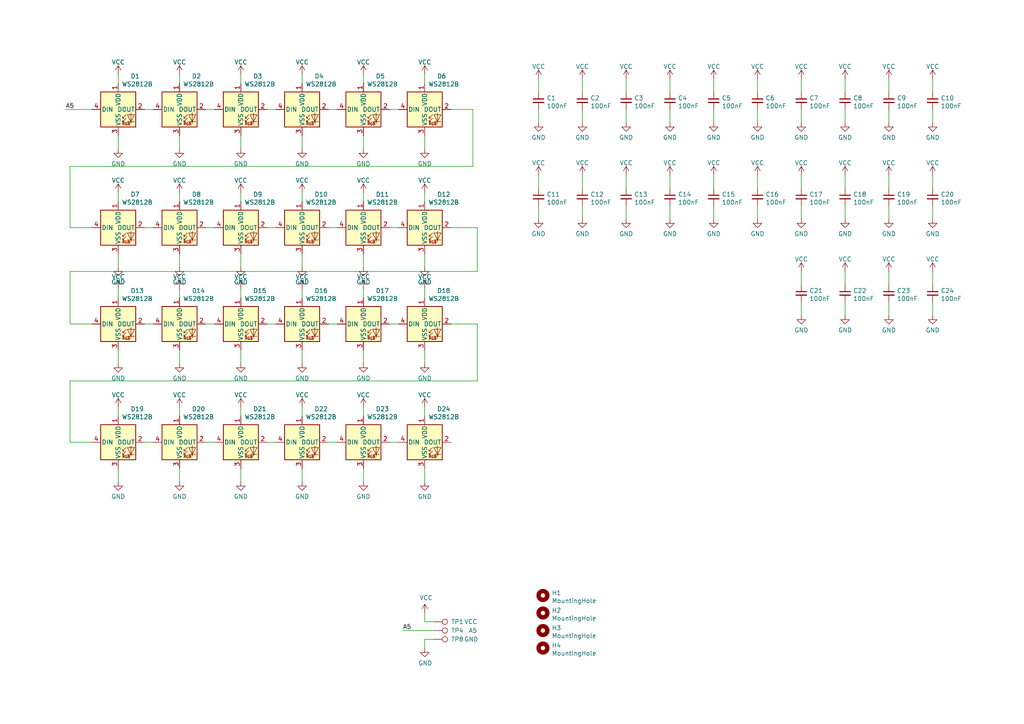
<source format=kicad_sch>
(kicad_sch (version 20210621) (generator eeschema)
  (paper "A4")
  (title_block (title "Macros Keyboard Lights Plate") (date "2021-04-18") (rev "1.0"))
  (lib_symbols
    (symbol "Connector:TestPoint" (pin_numbers hide) (pin_names (offset 0.762) hide)
      (property "Reference" "TP" (at 0 6.858 0))
      (property "Value" "TestPoint" (at 0 5.08 0))
      (symbol "TestPoint_0_1"
        (circle (center 0 3.302) (radius 0.762))
      )
      (symbol "TestPoint_1_1"
        (pin passive line (at 0 0 90) (length 2.54) (name "1") (number "1"))
      )
    )
    (symbol "Device:C_Small" (pin_numbers hide) (pin_names (offset 0.254) hide)
      (property "Reference" "C" (at 0.254 1.778 0))
      (property "Value" "C_Small" (at 0.254 -2.032 0))
      (symbol "C_Small_0_1"
        (polyline (pts (xy -1.524 -0.508) (xy 1.524 -0.508)) (stroke (width 0.3302)))
        (polyline (pts (xy -1.524 0.508) (xy 1.524 0.508)) (stroke (width 0.3048)))
      )
      (symbol "C_Small_1_1"
        (pin passive line (at 0 2.54 270) (length 2.032) (name "~") (number "1"))
        (pin passive line (at 0 -2.54 90) (length 2.032) (name "~") (number "2"))
      )
    )
    (symbol "LED:WS2812B" (pin_names (offset 0.254))
      (property "Reference" "D" (at 5.08 5.715 0))
      (property "Value" "WS2812B" (at 1.27 -5.715 0))
      (symbol "WS2812B_0_0"
        (text "RGB" (at 2.286 -4.191 0) (effects (font (size 0.762 0.762))))
      )
      (symbol "WS2812B_0_1"
        (rectangle (start 5.08 5.08) (end -5.08 -5.08) (stroke (width 0.254)) (fill (type background)))
        (polyline (pts (xy 1.27 -3.556) (xy 1.778 -3.556)))
        (polyline (pts (xy 1.27 -2.54) (xy 1.778 -2.54)))
        (polyline (pts (xy 4.699 -3.556) (xy 2.667 -3.556)))
        (polyline (pts (xy 2.286 -2.54) (xy 1.27 -3.556) (xy 1.27 -3.048)))
        (polyline (pts (xy 2.286 -1.524) (xy 1.27 -2.54) (xy 1.27 -2.032)))
        (polyline (pts (xy 3.683 -1.016) (xy 3.683 -3.556) (xy 3.683 -4.064)))
        (polyline (pts (xy 4.699 -1.524) (xy 2.667 -1.524) (xy 3.683 -3.556) (xy 4.699 -1.524)))
      )
      (symbol "WS2812B_1_1"
        (pin power_in line (at 0 7.62 270) (length 2.54) (name "VDD") (number "1"))
        (pin output line (at 7.62 0 180) (length 2.54) (name "DOUT") (number "2"))
        (pin power_in line (at 0 -7.62 90) (length 2.54) (name "VSS") (number "3"))
        (pin input line (at -7.62 0 0) (length 2.54) (name "DIN") (number "4"))
      )
    )
    (symbol "Mechanical:MountingHole" (pin_names (offset 1.016))
      (property "Reference" "H" (at 0 5.08 0))
      (property "Value" "MountingHole" (at 0 3.175 0))
      (symbol "MountingHole_0_1"
        (circle (center 0 0) (radius 1.27) (stroke (width 1.27)))
      )
    )
    (symbol "power:GND" (power) (pin_names (offset 0))
      (property "Value" "GND" (at 0 -3.81 0))
      (symbol "GND_0_1"
        (polyline (pts (xy 0 0) (xy 0 -1.27) (xy 1.27 -1.27) (xy 0 -2.54) (xy -1.27 -1.27) (xy 0 -1.27)))
      )
      (symbol "GND_1_1"
        (pin power_in line (at 0 0 270) (length 0) hide (name "GND") (number "1"))
      )
    )
    (symbol "power:VCC" (power) (pin_names (offset 0))
      (property "Value" "VCC" (at 0 3.81 0))
      (symbol "VCC_0_1"
        (polyline (pts (xy -0.762 1.27) (xy 0 2.54)))
        (polyline (pts (xy 0 0) (xy 0 2.54)))
        (polyline (pts (xy 0 2.54) (xy 0.762 1.27)))
      )
      (symbol "VCC_1_1"
        (pin power_in line (at 0 0 90) (length 0) hide (name "VCC") (number "1"))
      )
    )
  )
  (wire (pts (xy 20.32 48.26) (xy 137.16 48.26)))
  (wire (pts (xy 20.32 66.04) (xy 20.32 48.26)))
  (wire (pts (xy 20.32 78.74) (xy 138.43 78.74)))
  (wire (pts (xy 20.32 93.98) (xy 20.32 78.74)))
  (wire (pts (xy 20.32 110.49) (xy 138.43 110.49)))
  (wire (pts (xy 20.32 128.27) (xy 20.32 110.49)))
  (wire (pts (xy 26.67 31.75) (xy 19.05 31.75)))
  (wire (pts (xy 26.67 66.04) (xy 20.32 66.04)))
  (wire (pts (xy 26.67 93.98) (xy 20.32 93.98)))
  (wire (pts (xy 26.67 128.27) (xy 20.32 128.27)))
  (wire (pts (xy 34.29 21.59) (xy 34.29 24.13)))
  (wire (pts (xy 34.29 39.37) (xy 34.29 43.18)))
  (wire (pts (xy 34.29 55.88) (xy 34.29 58.42)))
  (wire (pts (xy 34.29 73.66) (xy 34.29 77.47)))
  (wire (pts (xy 34.29 83.82) (xy 34.29 86.36)))
  (wire (pts (xy 34.29 101.6) (xy 34.29 105.41)))
  (wire (pts (xy 34.29 118.11) (xy 34.29 120.65)))
  (wire (pts (xy 34.29 135.89) (xy 34.29 139.7)))
  (wire (pts (xy 41.91 31.75) (xy 44.45 31.75)))
  (wire (pts (xy 41.91 66.04) (xy 44.45 66.04)))
  (wire (pts (xy 41.91 93.98) (xy 44.45 93.98)))
  (wire (pts (xy 41.91 128.27) (xy 44.45 128.27)))
  (wire (pts (xy 52.07 21.59) (xy 52.07 24.13)))
  (wire (pts (xy 52.07 39.37) (xy 52.07 43.18)))
  (wire (pts (xy 52.07 55.88) (xy 52.07 58.42)))
  (wire (pts (xy 52.07 73.66) (xy 52.07 77.47)))
  (wire (pts (xy 52.07 83.82) (xy 52.07 86.36)))
  (wire (pts (xy 52.07 101.6) (xy 52.07 105.41)))
  (wire (pts (xy 52.07 118.11) (xy 52.07 120.65)))
  (wire (pts (xy 52.07 135.89) (xy 52.07 139.7)))
  (wire (pts (xy 59.69 31.75) (xy 62.23 31.75)))
  (wire (pts (xy 59.69 66.04) (xy 62.23 66.04)))
  (wire (pts (xy 59.69 93.98) (xy 62.23 93.98)))
  (wire (pts (xy 59.69 128.27) (xy 62.23 128.27)))
  (wire (pts (xy 69.85 21.59) (xy 69.85 24.13)))
  (wire (pts (xy 69.85 39.37) (xy 69.85 43.18)))
  (wire (pts (xy 69.85 55.88) (xy 69.85 58.42)))
  (wire (pts (xy 69.85 73.66) (xy 69.85 77.47)))
  (wire (pts (xy 69.85 83.82) (xy 69.85 86.36)))
  (wire (pts (xy 69.85 101.6) (xy 69.85 105.41)))
  (wire (pts (xy 69.85 118.11) (xy 69.85 120.65)))
  (wire (pts (xy 69.85 135.89) (xy 69.85 139.7)))
  (wire (pts (xy 77.47 31.75) (xy 80.01 31.75)))
  (wire (pts (xy 77.47 66.04) (xy 80.01 66.04)))
  (wire (pts (xy 77.47 93.98) (xy 80.01 93.98)))
  (wire (pts (xy 77.47 128.27) (xy 80.01 128.27)))
  (wire (pts (xy 87.63 21.59) (xy 87.63 24.13)))
  (wire (pts (xy 87.63 39.37) (xy 87.63 43.18)))
  (wire (pts (xy 87.63 55.88) (xy 87.63 58.42)))
  (wire (pts (xy 87.63 73.66) (xy 87.63 77.47)))
  (wire (pts (xy 87.63 83.82) (xy 87.63 86.36)))
  (wire (pts (xy 87.63 101.6) (xy 87.63 105.41)))
  (wire (pts (xy 87.63 118.11) (xy 87.63 120.65)))
  (wire (pts (xy 87.63 135.89) (xy 87.63 139.7)))
  (wire (pts (xy 95.25 31.75) (xy 97.79 31.75)))
  (wire (pts (xy 95.25 66.04) (xy 97.79 66.04)))
  (wire (pts (xy 95.25 93.98) (xy 97.79 93.98)))
  (wire (pts (xy 95.25 128.27) (xy 97.79 128.27)))
  (wire (pts (xy 105.41 21.59) (xy 105.41 24.13)))
  (wire (pts (xy 105.41 39.37) (xy 105.41 43.18)))
  (wire (pts (xy 105.41 55.88) (xy 105.41 58.42)))
  (wire (pts (xy 105.41 73.66) (xy 105.41 77.47)))
  (wire (pts (xy 105.41 83.82) (xy 105.41 86.36)))
  (wire (pts (xy 105.41 101.6) (xy 105.41 105.41)))
  (wire (pts (xy 105.41 118.11) (xy 105.41 120.65)))
  (wire (pts (xy 105.41 135.89) (xy 105.41 139.7)))
  (wire (pts (xy 113.03 31.75) (xy 115.57 31.75)))
  (wire (pts (xy 113.03 66.04) (xy 115.57 66.04)))
  (wire (pts (xy 113.03 93.98) (xy 115.57 93.98)))
  (wire (pts (xy 113.03 128.27) (xy 115.57 128.27)))
  (wire (pts (xy 123.19 21.59) (xy 123.19 24.13)))
  (wire (pts (xy 123.19 39.37) (xy 123.19 43.18)))
  (wire (pts (xy 123.19 55.88) (xy 123.19 58.42)))
  (wire (pts (xy 123.19 73.66) (xy 123.19 77.47)))
  (wire (pts (xy 123.19 83.82) (xy 123.19 86.36)))
  (wire (pts (xy 123.19 101.6) (xy 123.19 105.41)))
  (wire (pts (xy 123.19 118.11) (xy 123.19 120.65)))
  (wire (pts (xy 123.19 135.89) (xy 123.19 139.7)))
  (wire (pts (xy 123.19 180.34) (xy 123.19 177.8)))
  (wire (pts (xy 123.19 185.42) (xy 123.19 187.96)))
  (wire (pts (xy 125.73 180.34) (xy 123.19 180.34)))
  (wire (pts (xy 125.73 182.88) (xy 116.84 182.88)))
  (wire (pts (xy 125.73 185.42) (xy 123.19 185.42)))
  (wire (pts (xy 137.16 31.75) (xy 130.81 31.75)))
  (wire (pts (xy 137.16 48.26) (xy 137.16 31.75)))
  (wire (pts (xy 138.43 66.04) (xy 130.81 66.04)))
  (wire (pts (xy 138.43 78.74) (xy 138.43 66.04)))
  (wire (pts (xy 138.43 93.98) (xy 130.81 93.98)))
  (wire (pts (xy 138.43 110.49) (xy 138.43 93.98)))
  (wire (pts (xy 156.21 22.86) (xy 156.21 26.67)))
  (wire (pts (xy 156.21 31.75) (xy 156.21 35.56)))
  (wire (pts (xy 156.21 50.8) (xy 156.21 54.61)))
  (wire (pts (xy 156.21 59.69) (xy 156.21 63.5)))
  (wire (pts (xy 168.91 22.86) (xy 168.91 26.67)))
  (wire (pts (xy 168.91 31.75) (xy 168.91 35.56)))
  (wire (pts (xy 168.91 50.8) (xy 168.91 54.61)))
  (wire (pts (xy 168.91 59.69) (xy 168.91 63.5)))
  (wire (pts (xy 181.61 22.86) (xy 181.61 26.67)))
  (wire (pts (xy 181.61 31.75) (xy 181.61 35.56)))
  (wire (pts (xy 181.61 50.8) (xy 181.61 54.61)))
  (wire (pts (xy 181.61 59.69) (xy 181.61 63.5)))
  (wire (pts (xy 194.31 22.86) (xy 194.31 26.67)))
  (wire (pts (xy 194.31 31.75) (xy 194.31 35.56)))
  (wire (pts (xy 194.31 50.8) (xy 194.31 54.61)))
  (wire (pts (xy 194.31 59.69) (xy 194.31 63.5)))
  (wire (pts (xy 207.01 22.86) (xy 207.01 26.67)))
  (wire (pts (xy 207.01 31.75) (xy 207.01 35.56)))
  (wire (pts (xy 207.01 50.8) (xy 207.01 54.61)))
  (wire (pts (xy 207.01 59.69) (xy 207.01 63.5)))
  (wire (pts (xy 219.71 22.86) (xy 219.71 26.67)))
  (wire (pts (xy 219.71 31.75) (xy 219.71 35.56)))
  (wire (pts (xy 219.71 50.8) (xy 219.71 54.61)))
  (wire (pts (xy 219.71 59.69) (xy 219.71 63.5)))
  (wire (pts (xy 232.41 22.86) (xy 232.41 26.67)))
  (wire (pts (xy 232.41 31.75) (xy 232.41 35.56)))
  (wire (pts (xy 232.41 50.8) (xy 232.41 54.61)))
  (wire (pts (xy 232.41 59.69) (xy 232.41 63.5)))
  (wire (pts (xy 232.41 78.74) (xy 232.41 82.55)))
  (wire (pts (xy 232.41 87.63) (xy 232.41 91.44)))
  (wire (pts (xy 245.11 22.86) (xy 245.11 26.67)))
  (wire (pts (xy 245.11 31.75) (xy 245.11 35.56)))
  (wire (pts (xy 245.11 50.8) (xy 245.11 54.61)))
  (wire (pts (xy 245.11 59.69) (xy 245.11 63.5)))
  (wire (pts (xy 245.11 78.74) (xy 245.11 82.55)))
  (wire (pts (xy 245.11 87.63) (xy 245.11 91.44)))
  (wire (pts (xy 257.81 22.86) (xy 257.81 26.67)))
  (wire (pts (xy 257.81 31.75) (xy 257.81 35.56)))
  (wire (pts (xy 257.81 50.8) (xy 257.81 54.61)))
  (wire (pts (xy 257.81 59.69) (xy 257.81 63.5)))
  (wire (pts (xy 257.81 78.74) (xy 257.81 82.55)))
  (wire (pts (xy 257.81 87.63) (xy 257.81 91.44)))
  (wire (pts (xy 270.51 22.86) (xy 270.51 26.67)))
  (wire (pts (xy 270.51 31.75) (xy 270.51 35.56)))
  (wire (pts (xy 270.51 50.8) (xy 270.51 54.61)))
  (wire (pts (xy 270.51 59.69) (xy 270.51 63.5)))
  (wire (pts (xy 270.51 78.74) (xy 270.51 82.55)))
  (wire (pts (xy 270.51 87.63) (xy 270.51 91.44)))
  (label "A5" (at 19.05 31.75 0))
  (label "A5" (at 116.84 182.88 0))
  (symbol (lib_id "power:VCC") (at 34.29 21.59 0) (unit 1)
    (property "Reference" "#PWR0114" (effects hide))
    (property "Value" "VCC" (at 34.29 18.0426 0))
  )
  (symbol (lib_id "power:VCC") (at 34.29 55.88 0) (unit 1)
    (property "Reference" "#PWR0122" (effects hide))
    (property "Value" "VCC" (at 34.29 52.3326 0))
  )
  (symbol (lib_id "power:VCC") (at 34.29 83.82 0) (unit 1)
    (property "Reference" "#PWR0102" (effects hide))
    (property "Value" "VCC" (at 34.29 80.2726 0))
  )
  (symbol (lib_id "power:VCC") (at 34.29 118.11 0) (unit 1)
    (property "Reference" "#PWR0103" (effects hide))
    (property "Value" "VCC" (at 34.29 114.5626 0))
  )
  (symbol (lib_id "power:VCC") (at 52.07 21.59 0) (unit 1)
    (property "Reference" "#PWR0115" (effects hide))
    (property "Value" "VCC" (at 52.07 18.0426 0))
  )
  (symbol (lib_id "power:VCC") (at 52.07 55.88 0) (unit 1)
    (property "Reference" "#PWR0123" (effects hide))
    (property "Value" "VCC" (at 52.07 52.3326 0))
  )
  (symbol (lib_id "power:VCC") (at 52.07 83.82 0) (unit 1)
    (property "Reference" "#PWR0138" (effects hide))
    (property "Value" "VCC" (at 52.07 80.2726 0))
  )
  (symbol (lib_id "power:VCC") (at 52.07 118.11 0) (unit 1)
    (property "Reference" "#PWR0104" (effects hide))
    (property "Value" "VCC" (at 52.07 114.5626 0))
  )
  (symbol (lib_id "power:VCC") (at 69.85 21.59 0) (unit 1)
    (property "Reference" "#PWR0116" (effects hide))
    (property "Value" "VCC" (at 69.85 18.0426 0))
  )
  (symbol (lib_id "power:VCC") (at 69.85 55.88 0) (unit 1)
    (property "Reference" "#PWR0121" (effects hide))
    (property "Value" "VCC" (at 69.85 52.3326 0))
  )
  (symbol (lib_id "power:VCC") (at 69.85 83.82 0) (unit 1)
    (property "Reference" "#PWR0137" (effects hide))
    (property "Value" "VCC" (at 69.85 80.2726 0))
  )
  (symbol (lib_id "power:VCC") (at 69.85 118.11 0) (unit 1)
    (property "Reference" "#PWR0108" (effects hide))
    (property "Value" "VCC" (at 69.85 114.5626 0))
  )
  (symbol (lib_id "power:VCC") (at 87.63 21.59 0) (unit 1)
    (property "Reference" "#PWR0119" (effects hide))
    (property "Value" "VCC" (at 87.63 18.0426 0))
  )
  (symbol (lib_id "power:VCC") (at 87.63 55.88 0) (unit 1)
    (property "Reference" "#PWR0117" (effects hide))
    (property "Value" "VCC" (at 87.63 52.3326 0))
  )
  (symbol (lib_id "power:VCC") (at 87.63 83.82 0) (unit 1)
    (property "Reference" "#PWR0125" (effects hide))
    (property "Value" "VCC" (at 87.63 80.2726 0))
  )
  (symbol (lib_id "power:VCC") (at 87.63 118.11 0) (unit 1)
    (property "Reference" "#PWR0101" (effects hide))
    (property "Value" "VCC" (at 87.63 114.5626 0))
  )
  (symbol (lib_id "power:VCC") (at 105.41 21.59 0) (unit 1)
    (property "Reference" "#PWR0145" (effects hide))
    (property "Value" "VCC" (at 105.41 18.0426 0))
  )
  (symbol (lib_id "power:VCC") (at 105.41 55.88 0) (unit 1)
    (property "Reference" "#PWR0143" (effects hide))
    (property "Value" "VCC" (at 105.41 52.3326 0))
  )
  (symbol (lib_id "power:VCC") (at 105.41 83.82 0) (unit 1)
    (property "Reference" "#PWR0132" (effects hide))
    (property "Value" "VCC" (at 105.41 80.2726 0))
  )
  (symbol (lib_id "power:VCC") (at 105.41 118.11 0) (unit 1)
    (property "Reference" "#PWR0130" (effects hide))
    (property "Value" "VCC" (at 105.41 114.5626 0))
  )
  (symbol (lib_id "power:VCC") (at 123.19 21.59 0) (unit 1)
    (property "Reference" "#PWR0144" (effects hide))
    (property "Value" "VCC" (at 123.19 18.0426 0))
  )
  (symbol (lib_id "power:VCC") (at 123.19 55.88 0) (unit 1)
    (property "Reference" "#PWR0147" (effects hide))
    (property "Value" "VCC" (at 123.19 52.3326 0))
  )
  (symbol (lib_id "power:VCC") (at 123.19 83.82 0) (unit 1)
    (property "Reference" "#PWR0133" (effects hide))
    (property "Value" "VCC" (at 123.19 80.2726 0))
  )
  (symbol (lib_id "power:VCC") (at 123.19 118.11 0) (unit 1)
    (property "Reference" "#PWR0134" (effects hide))
    (property "Value" "VCC" (at 123.19 114.5626 0))
  )
  (symbol (lib_id "power:VCC") (at 123.19 177.8 0) (unit 1)
    (property "Reference" "#PWR0149" (effects hide))
    (property "Value" "VCC" (at 123.571 173.4058 0))
  )
  (symbol (lib_id "power:VCC") (at 156.21 22.86 0) (unit 1)
    (property "Reference" "#PWR0170" (effects hide))
    (property "Value" "VCC" (at 156.21 19.3126 0))
  )
  (symbol (lib_id "power:VCC") (at 156.21 50.8 0) (unit 1)
    (property "Reference" "#PWR0165" (effects hide))
    (property "Value" "VCC" (at 156.21 47.2526 0))
  )
  (symbol (lib_id "power:VCC") (at 168.91 22.86 0) (unit 1)
    (property "Reference" "#PWR0169" (effects hide))
    (property "Value" "VCC" (at 168.91 19.3126 0))
  )
  (symbol (lib_id "power:VCC") (at 168.91 50.8 0) (unit 1)
    (property "Reference" "#PWR0166" (effects hide))
    (property "Value" "VCC" (at 168.91 47.2526 0))
  )
  (symbol (lib_id "power:VCC") (at 181.61 22.86 0) (unit 1)
    (property "Reference" "#PWR0168" (effects hide))
    (property "Value" "VCC" (at 181.61 19.3126 0))
  )
  (symbol (lib_id "power:VCC") (at 181.61 50.8 0) (unit 1)
    (property "Reference" "#PWR0159" (effects hide))
    (property "Value" "VCC" (at 181.61 47.2526 0))
  )
  (symbol (lib_id "power:VCC") (at 194.31 22.86 0) (unit 1)
    (property "Reference" "#PWR0161" (effects hide))
    (property "Value" "VCC" (at 194.31 19.3126 0))
  )
  (symbol (lib_id "power:VCC") (at 194.31 50.8 0) (unit 1)
    (property "Reference" "#PWR0160" (effects hide))
    (property "Value" "VCC" (at 194.31 47.2526 0))
  )
  (symbol (lib_id "power:VCC") (at 207.01 22.86 0) (unit 1)
    (property "Reference" "#PWR0180" (effects hide))
    (property "Value" "VCC" (at 207.01 19.3126 0))
  )
  (symbol (lib_id "power:VCC") (at 207.01 50.8 0) (unit 1)
    (property "Reference" "#PWR0151" (effects hide))
    (property "Value" "VCC" (at 207.01 47.2526 0))
  )
  (symbol (lib_id "power:VCC") (at 219.71 22.86 0) (unit 1)
    (property "Reference" "#PWR0179" (effects hide))
    (property "Value" "VCC" (at 219.71 19.3126 0))
  )
  (symbol (lib_id "power:VCC") (at 219.71 50.8 0) (unit 1)
    (property "Reference" "#PWR0157" (effects hide))
    (property "Value" "VCC" (at 219.71 47.2526 0))
  )
  (symbol (lib_id "power:VCC") (at 232.41 22.86 0) (unit 1)
    (property "Reference" "#PWR0178" (effects hide))
    (property "Value" "VCC" (at 232.41 19.3126 0))
  )
  (symbol (lib_id "power:VCC") (at 232.41 50.8 0) (unit 1)
    (property "Reference" "#PWR0155" (effects hide))
    (property "Value" "VCC" (at 232.41 47.2526 0))
  )
  (symbol (lib_id "power:VCC") (at 232.41 78.74 0) (unit 1)
    (property "Reference" "#PWR0196" (effects hide))
    (property "Value" "VCC" (at 232.41 75.1926 0))
  )
  (symbol (lib_id "power:VCC") (at 245.11 22.86 0) (unit 1)
    (property "Reference" "#PWR0181" (effects hide))
    (property "Value" "VCC" (at 245.11 19.3126 0))
  )
  (symbol (lib_id "power:VCC") (at 245.11 50.8 0) (unit 1)
    (property "Reference" "#PWR0156" (effects hide))
    (property "Value" "VCC" (at 245.11 47.2526 0))
  )
  (symbol (lib_id "power:VCC") (at 245.11 78.74 0) (unit 1)
    (property "Reference" "#PWR0195" (effects hide))
    (property "Value" "VCC" (at 245.11 75.1926 0))
  )
  (symbol (lib_id "power:VCC") (at 257.81 22.86 0) (unit 1)
    (property "Reference" "#PWR0183" (effects hide))
    (property "Value" "VCC" (at 257.81 19.3126 0))
  )
  (symbol (lib_id "power:VCC") (at 257.81 50.8 0) (unit 1)
    (property "Reference" "#PWR0177" (effects hide))
    (property "Value" "VCC" (at 257.81 47.2526 0))
  )
  (symbol (lib_id "power:VCC") (at 257.81 78.74 0) (unit 1)
    (property "Reference" "#PWR0190" (effects hide))
    (property "Value" "VCC" (at 257.81 75.1926 0))
  )
  (symbol (lib_id "power:VCC") (at 270.51 22.86 0) (unit 1)
    (property "Reference" "#PWR0184" (effects hide))
    (property "Value" "VCC" (at 270.51 19.3126 0))
  )
  (symbol (lib_id "power:VCC") (at 270.51 50.8 0) (unit 1)
    (property "Reference" "#PWR0176" (effects hide))
    (property "Value" "VCC" (at 270.51 47.2526 0))
  )
  (symbol (lib_id "power:VCC") (at 270.51 78.74 0) (unit 1)
    (property "Reference" "#PWR0186" (effects hide))
    (property "Value" "VCC" (at 270.51 75.1926 0))
  )
  (symbol (lib_id "Connector:TestPoint") (at 125.73 180.34 270) (unit 1)
    (property "Reference" "TP1" (at 130.81 180.34 90) (effects (justify left)))
    (property "Value" "VCC" (at 134.62 180.34 90) (effects (justify left)))
    (property "Footprint" "Connector_PinHeader_2.54mm:PinHeader_1x01_P2.54mm_Vertical" (effects hide))
  )
  (symbol (lib_id "Connector:TestPoint") (at 125.73 182.88 270) (unit 1)
    (property "Reference" "TP4" (at 130.81 182.88 90) (effects (justify left)))
    (property "Value" "A5" (at 135.89 182.88 90) (effects (justify left)))
    (property "Footprint" "Connector_PinHeader_2.54mm:PinHeader_1x01_P2.54mm_Vertical" (effects hide))
  )
  (symbol (lib_id "Connector:TestPoint") (at 125.73 185.42 270) (unit 1)
    (property "Reference" "TP8" (at 130.81 185.42 90) (effects (justify left)))
    (property "Value" "GND" (at 134.62 185.42 90) (effects (justify left)))
    (property "Footprint" "Connector_PinHeader_2.54mm:PinHeader_1x01_P2.54mm_Vertical" (effects hide))
  )
  (symbol (lib_id "power:GND") (at 34.29 43.18 0) (unit 1)
    (property "Reference" "#PWR0146" (effects hide))
    (property "Value" "GND" (at 34.29 47.5044 0))
  )
  (symbol (lib_id "power:GND") (at 34.29 77.47 0) (unit 1)
    (property "Reference" "#PWR0131" (effects hide))
    (property "Value" "GND" (at 34.29 81.7944 0))
  )
  (symbol (lib_id "power:GND") (at 34.29 105.41 0) (unit 1)
    (property "Reference" "#PWR0106" (effects hide))
    (property "Value" "GND" (at 34.29 109.7344 0))
  )
  (symbol (lib_id "power:GND") (at 34.29 139.7 0) (unit 1)
    (property "Reference" "#PWR0113" (effects hide))
    (property "Value" "GND" (at 34.29 144.0244 0))
  )
  (symbol (lib_id "power:GND") (at 52.07 43.18 0) (unit 1)
    (property "Reference" "#PWR0124" (effects hide))
    (property "Value" "GND" (at 52.07 47.5044 0))
  )
  (symbol (lib_id "power:GND") (at 52.07 77.47 0) (unit 1)
    (property "Reference" "#PWR0139" (effects hide))
    (property "Value" "GND" (at 52.07 81.7944 0))
  )
  (symbol (lib_id "power:GND") (at 52.07 105.41 0) (unit 1)
    (property "Reference" "#PWR0105" (effects hide))
    (property "Value" "GND" (at 52.07 109.7344 0))
  )
  (symbol (lib_id "power:GND") (at 52.07 139.7 0) (unit 1)
    (property "Reference" "#PWR0111" (effects hide))
    (property "Value" "GND" (at 52.07 144.0244 0))
  )
  (symbol (lib_id "power:GND") (at 69.85 43.18 0) (unit 1)
    (property "Reference" "#PWR0120" (effects hide))
    (property "Value" "GND" (at 69.85 47.5044 0))
  )
  (symbol (lib_id "power:GND") (at 69.85 77.47 0) (unit 1)
    (property "Reference" "#PWR0126" (effects hide))
    (property "Value" "GND" (at 69.85 81.7944 0))
  )
  (symbol (lib_id "power:GND") (at 69.85 105.41 0) (unit 1)
    (property "Reference" "#PWR0109" (effects hide))
    (property "Value" "GND" (at 69.85 109.7344 0))
  )
  (symbol (lib_id "power:GND") (at 69.85 139.7 0) (unit 1)
    (property "Reference" "#PWR0110" (effects hide))
    (property "Value" "GND" (at 69.85 144.0244 0))
  )
  (symbol (lib_id "power:GND") (at 87.63 43.18 0) (unit 1)
    (property "Reference" "#PWR0118" (effects hide))
    (property "Value" "GND" (at 87.63 47.5044 0))
  )
  (symbol (lib_id "power:GND") (at 87.63 77.47 0) (unit 1)
    (property "Reference" "#PWR0128" (effects hide))
    (property "Value" "GND" (at 87.63 81.7944 0))
  )
  (symbol (lib_id "power:GND") (at 87.63 105.41 0) (unit 1)
    (property "Reference" "#PWR0107" (effects hide))
    (property "Value" "GND" (at 87.63 109.7344 0))
  )
  (symbol (lib_id "power:GND") (at 87.63 139.7 0) (unit 1)
    (property "Reference" "#PWR0112" (effects hide))
    (property "Value" "GND" (at 87.63 144.0244 0))
  )
  (symbol (lib_id "power:GND") (at 105.41 43.18 0) (unit 1)
    (property "Reference" "#PWR0142" (effects hide))
    (property "Value" "GND" (at 105.41 47.5044 0))
  )
  (symbol (lib_id "power:GND") (at 105.41 77.47 0) (unit 1)
    (property "Reference" "#PWR0127" (effects hide))
    (property "Value" "GND" (at 105.41 81.7944 0))
  )
  (symbol (lib_id "power:GND") (at 105.41 105.41 0) (unit 1)
    (property "Reference" "#PWR0136" (effects hide))
    (property "Value" "GND" (at 105.41 109.7344 0))
  )
  (symbol (lib_id "power:GND") (at 105.41 139.7 0) (unit 1)
    (property "Reference" "#PWR0140" (effects hide))
    (property "Value" "GND" (at 105.41 144.0244 0))
  )
  (symbol (lib_id "power:GND") (at 123.19 43.18 0) (unit 1)
    (property "Reference" "#PWR0148" (effects hide))
    (property "Value" "GND" (at 123.19 47.5044 0))
  )
  (symbol (lib_id "power:GND") (at 123.19 77.47 0) (unit 1)
    (property "Reference" "#PWR0129" (effects hide))
    (property "Value" "GND" (at 123.19 81.7944 0))
  )
  (symbol (lib_id "power:GND") (at 123.19 105.41 0) (unit 1)
    (property "Reference" "#PWR0135" (effects hide))
    (property "Value" "GND" (at 123.19 109.7344 0))
  )
  (symbol (lib_id "power:GND") (at 123.19 139.7 0) (unit 1)
    (property "Reference" "#PWR0141" (effects hide))
    (property "Value" "GND" (at 123.19 144.0244 0))
  )
  (symbol (lib_id "power:GND") (at 123.19 187.96 0) (unit 1)
    (property "Reference" "#PWR0150" (effects hide))
    (property "Value" "GND" (at 123.317 192.3542 0))
  )
  (symbol (lib_id "power:GND") (at 156.21 35.56 0) (unit 1)
    (property "Reference" "#PWR0171" (effects hide))
    (property "Value" "GND" (at 156.21 39.8844 0))
  )
  (symbol (lib_id "power:GND") (at 156.21 63.5 0) (unit 1)
    (property "Reference" "#PWR0172" (effects hide))
    (property "Value" "GND" (at 156.21 67.8244 0))
  )
  (symbol (lib_id "power:GND") (at 168.91 35.56 0) (unit 1)
    (property "Reference" "#PWR0167" (effects hide))
    (property "Value" "GND" (at 168.91 39.8844 0))
  )
  (symbol (lib_id "power:GND") (at 168.91 63.5 0) (unit 1)
    (property "Reference" "#PWR0173" (effects hide))
    (property "Value" "GND" (at 168.91 67.8244 0))
  )
  (symbol (lib_id "power:GND") (at 181.61 35.56 0) (unit 1)
    (property "Reference" "#PWR0164" (effects hide))
    (property "Value" "GND" (at 181.61 39.8844 0))
  )
  (symbol (lib_id "power:GND") (at 181.61 63.5 0) (unit 1)
    (property "Reference" "#PWR0197" (effects hide))
    (property "Value" "GND" (at 181.61 67.8244 0))
  )
  (symbol (lib_id "power:GND") (at 194.31 35.56 0) (unit 1)
    (property "Reference" "#PWR0163" (effects hide))
    (property "Value" "GND" (at 194.31 39.8844 0))
  )
  (symbol (lib_id "power:GND") (at 194.31 63.5 0) (unit 1)
    (property "Reference" "#PWR0158" (effects hide))
    (property "Value" "GND" (at 194.31 67.8244 0))
  )
  (symbol (lib_id "power:GND") (at 207.01 35.56 0) (unit 1)
    (property "Reference" "#PWR0162" (effects hide))
    (property "Value" "GND" (at 207.01 39.8844 0))
  )
  (symbol (lib_id "power:GND") (at 207.01 63.5 0) (unit 1)
    (property "Reference" "#PWR0198" (effects hide))
    (property "Value" "GND" (at 207.01 67.8244 0))
  )
  (symbol (lib_id "power:GND") (at 219.71 35.56 0) (unit 1)
    (property "Reference" "#PWR0152" (effects hide))
    (property "Value" "GND" (at 219.71 39.8844 0))
  )
  (symbol (lib_id "power:GND") (at 219.71 63.5 0) (unit 1)
    (property "Reference" "#PWR0189" (effects hide))
    (property "Value" "GND" (at 219.71 67.8244 0))
  )
  (symbol (lib_id "power:GND") (at 232.41 35.56 0) (unit 1)
    (property "Reference" "#PWR0154" (effects hide))
    (property "Value" "GND" (at 232.41 39.8844 0))
  )
  (symbol (lib_id "power:GND") (at 232.41 63.5 0) (unit 1)
    (property "Reference" "#PWR0188" (effects hide))
    (property "Value" "GND" (at 232.41 67.8244 0))
  )
  (symbol (lib_id "power:GND") (at 232.41 91.44 0) (unit 1)
    (property "Reference" "#PWR0194" (effects hide))
    (property "Value" "GND" (at 232.41 95.7644 0))
  )
  (symbol (lib_id "power:GND") (at 245.11 35.56 0) (unit 1)
    (property "Reference" "#PWR0153" (effects hide))
    (property "Value" "GND" (at 245.11 39.8844 0))
  )
  (symbol (lib_id "power:GND") (at 245.11 63.5 0) (unit 1)
    (property "Reference" "#PWR0187" (effects hide))
    (property "Value" "GND" (at 245.11 67.8244 0))
  )
  (symbol (lib_id "power:GND") (at 245.11 91.44 0) (unit 1)
    (property "Reference" "#PWR0191" (effects hide))
    (property "Value" "GND" (at 245.11 95.7644 0))
  )
  (symbol (lib_id "power:GND") (at 257.81 35.56 0) (unit 1)
    (property "Reference" "#PWR0175" (effects hide))
    (property "Value" "GND" (at 257.81 39.8844 0))
  )
  (symbol (lib_id "power:GND") (at 257.81 63.5 0) (unit 1)
    (property "Reference" "#PWR0185" (effects hide))
    (property "Value" "GND" (at 257.81 67.8244 0))
  )
  (symbol (lib_id "power:GND") (at 257.81 91.44 0) (unit 1)
    (property "Reference" "#PWR0192" (effects hide))
    (property "Value" "GND" (at 257.81 95.7644 0))
  )
  (symbol (lib_id "power:GND") (at 270.51 35.56 0) (unit 1)
    (property "Reference" "#PWR0174" (effects hide))
    (property "Value" "GND" (at 270.51 39.8844 0))
  )
  (symbol (lib_id "power:GND") (at 270.51 63.5 0) (unit 1)
    (property "Reference" "#PWR0182" (effects hide))
    (property "Value" "GND" (at 270.51 67.8244 0))
  )
  (symbol (lib_id "power:GND") (at 270.51 91.44 0) (unit 1)
    (property "Reference" "#PWR0193" (effects hide))
    (property "Value" "GND" (at 270.51 95.7644 0))
  )
  (symbol (lib_id "Mechanical:MountingHole") (at 157.48 172.72 0) (unit 1)
    (property "Reference" "H1" (at 160.0201 171.9591 0) (effects (justify left)))
    (property "Value" "MountingHole" (at 160.0201 174.2578 0) (effects (justify left)))
    (property "Footprint" "MountingHole:MountingHole_3.2mm_M3_DIN965_Pad" (effects hide))
  )
  (symbol (lib_id "Mechanical:MountingHole") (at 157.48 177.8 0) (unit 1)
    (property "Reference" "H2" (at 160.0201 177.0391 0) (effects (justify left)))
    (property "Value" "MountingHole" (at 160.0201 179.3378 0) (effects (justify left)))
    (property "Footprint" "MountingHole:MountingHole_3.2mm_M3_DIN965_Pad" (effects hide))
  )
  (symbol (lib_id "Mechanical:MountingHole") (at 157.48 182.88 0) (unit 1)
    (property "Reference" "H3" (at 160.0201 182.1191 0) (effects (justify left)))
    (property "Value" "MountingHole" (at 160.0201 184.4178 0) (effects (justify left)))
    (property "Footprint" "MountingHole:MountingHole_3.2mm_M3_DIN965_Pad" (effects hide))
  )
  (symbol (lib_id "Mechanical:MountingHole") (at 157.48 187.96 0) (unit 1)
    (property "Reference" "H4" (at 160.0201 187.1991 0) (effects (justify left)))
    (property "Value" "MountingHole" (at 160.0201 189.4978 0) (effects (justify left)))
    (property "Footprint" "MountingHole:MountingHole_3.2mm_M3_DIN965_Pad" (effects hide))
  )
  (symbol (lib_id "Device:C_Small") (at 156.21 29.21 0) (unit 1)
    (property "Reference" "C1" (at 158.5342 28.4491 0) (effects (justify left)))
    (property "Value" "100nF" (at 158.5342 30.7478 0) (effects (justify left)))
    (property "Footprint" "Capacitor_SMD:C_0603_1608Metric" (effects hide))
    (property "LCSC" "C14663" (effects hide))
  )
  (symbol (lib_id "Device:C_Small") (at 156.21 57.15 0) (unit 1)
    (property "Reference" "C11" (at 158.5342 56.3891 0) (effects (justify left)))
    (property "Value" "100nF" (at 158.5342 58.6878 0) (effects (justify left)))
    (property "Footprint" "Capacitor_SMD:C_0603_1608Metric" (effects hide))
    (property "LCSC" "C14663" (effects hide))
  )
  (symbol (lib_id "Device:C_Small") (at 168.91 29.21 0) (unit 1)
    (property "Reference" "C2" (at 171.2342 28.4491 0) (effects (justify left)))
    (property "Value" "100nF" (at 171.2342 30.7478 0) (effects (justify left)))
    (property "Footprint" "Capacitor_SMD:C_0603_1608Metric" (effects hide))
    (property "LCSC" "C14663" (effects hide))
  )
  (symbol (lib_id "Device:C_Small") (at 168.91 57.15 0) (unit 1)
    (property "Reference" "C12" (at 171.2342 56.3891 0) (effects (justify left)))
    (property "Value" "100nF" (at 171.2342 58.6878 0) (effects (justify left)))
    (property "Footprint" "Capacitor_SMD:C_0603_1608Metric" (effects hide))
    (property "LCSC" "C14663" (effects hide))
  )
  (symbol (lib_id "Device:C_Small") (at 181.61 29.21 0) (unit 1)
    (property "Reference" "C3" (at 183.9342 28.4491 0) (effects (justify left)))
    (property "Value" "100nF" (at 183.9342 30.7478 0) (effects (justify left)))
    (property "Footprint" "Capacitor_SMD:C_0603_1608Metric" (effects hide))
    (property "LCSC" "C14663" (effects hide))
  )
  (symbol (lib_id "Device:C_Small") (at 181.61 57.15 0) (unit 1)
    (property "Reference" "C13" (at 183.9342 56.3891 0) (effects (justify left)))
    (property "Value" "100nF" (at 183.9342 58.6878 0) (effects (justify left)))
    (property "Footprint" "Capacitor_SMD:C_0603_1608Metric" (effects hide))
    (property "LCSC" "C14663" (effects hide))
  )
  (symbol (lib_id "Device:C_Small") (at 194.31 29.21 0) (unit 1)
    (property "Reference" "C4" (at 196.6342 28.4491 0) (effects (justify left)))
    (property "Value" "100nF" (at 196.6342 30.7478 0) (effects (justify left)))
    (property "Footprint" "Capacitor_SMD:C_0603_1608Metric" (effects hide))
    (property "LCSC" "C14663" (effects hide))
  )
  (symbol (lib_id "Device:C_Small") (at 194.31 57.15 0) (unit 1)
    (property "Reference" "C14" (at 196.6342 56.3891 0) (effects (justify left)))
    (property "Value" "100nF" (at 196.6342 58.6878 0) (effects (justify left)))
    (property "Footprint" "Capacitor_SMD:C_0603_1608Metric" (effects hide))
    (property "LCSC" "C14663" (effects hide))
  )
  (symbol (lib_id "Device:C_Small") (at 207.01 29.21 0) (unit 1)
    (property "Reference" "C5" (at 209.3342 28.4491 0) (effects (justify left)))
    (property "Value" "100nF" (at 209.3342 30.7478 0) (effects (justify left)))
    (property "Footprint" "Capacitor_SMD:C_0603_1608Metric" (effects hide))
    (property "LCSC" "C14663" (effects hide))
  )
  (symbol (lib_id "Device:C_Small") (at 207.01 57.15 0) (unit 1)
    (property "Reference" "C15" (at 209.3342 56.3891 0) (effects (justify left)))
    (property "Value" "100nF" (at 209.3342 58.6878 0) (effects (justify left)))
    (property "Footprint" "Capacitor_SMD:C_0603_1608Metric" (effects hide))
    (property "LCSC" "C14663" (effects hide))
  )
  (symbol (lib_id "Device:C_Small") (at 219.71 29.21 0) (unit 1)
    (property "Reference" "C6" (at 222.0342 28.4491 0) (effects (justify left)))
    (property "Value" "100nF" (at 222.0342 30.7478 0) (effects (justify left)))
    (property "Footprint" "Capacitor_SMD:C_0603_1608Metric" (effects hide))
    (property "LCSC" "C14663" (effects hide))
  )
  (symbol (lib_id "Device:C_Small") (at 219.71 57.15 0) (unit 1)
    (property "Reference" "C16" (at 222.0342 56.3891 0) (effects (justify left)))
    (property "Value" "100nF" (at 222.0342 58.6878 0) (effects (justify left)))
    (property "Footprint" "Capacitor_SMD:C_0603_1608Metric" (effects hide))
    (property "LCSC" "C14663" (effects hide))
  )
  (symbol (lib_id "Device:C_Small") (at 232.41 29.21 0) (unit 1)
    (property "Reference" "C7" (at 234.7342 28.4491 0) (effects (justify left)))
    (property "Value" "100nF" (at 234.7342 30.7478 0) (effects (justify left)))
    (property "Footprint" "Capacitor_SMD:C_0603_1608Metric" (effects hide))
    (property "LCSC" "C14663" (effects hide))
  )
  (symbol (lib_id "Device:C_Small") (at 232.41 57.15 0) (unit 1)
    (property "Reference" "C17" (at 234.7342 56.3891 0) (effects (justify left)))
    (property "Value" "100nF" (at 234.7342 58.6878 0) (effects (justify left)))
    (property "Footprint" "Capacitor_SMD:C_0603_1608Metric" (effects hide))
    (property "LCSC" "C14663" (effects hide))
  )
  (symbol (lib_id "Device:C_Small") (at 232.41 85.09 0) (unit 1)
    (property "Reference" "C21" (at 234.7342 84.3291 0) (effects (justify left)))
    (property "Value" "100nF" (at 234.7342 86.6278 0) (effects (justify left)))
    (property "Footprint" "Capacitor_SMD:C_0603_1608Metric" (effects hide))
    (property "LCSC" "C14663" (effects hide))
  )
  (symbol (lib_id "Device:C_Small") (at 245.11 29.21 0) (unit 1)
    (property "Reference" "C8" (at 247.4342 28.4491 0) (effects (justify left)))
    (property "Value" "100nF" (at 247.4342 30.7478 0) (effects (justify left)))
    (property "Footprint" "Capacitor_SMD:C_0603_1608Metric" (effects hide))
    (property "LCSC" "C14663" (effects hide))
  )
  (symbol (lib_id "Device:C_Small") (at 245.11 57.15 0) (unit 1)
    (property "Reference" "C18" (at 247.4342 56.3891 0) (effects (justify left)))
    (property "Value" "100nF" (at 247.4342 58.6878 0) (effects (justify left)))
    (property "Footprint" "Capacitor_SMD:C_0603_1608Metric" (effects hide))
    (property "LCSC" "C14663" (effects hide))
  )
  (symbol (lib_id "Device:C_Small") (at 245.11 85.09 0) (unit 1)
    (property "Reference" "C22" (at 247.4342 84.3291 0) (effects (justify left)))
    (property "Value" "100nF" (at 247.4342 86.6278 0) (effects (justify left)))
    (property "Footprint" "Capacitor_SMD:C_0603_1608Metric" (effects hide))
    (property "LCSC" "C14663" (effects hide))
  )
  (symbol (lib_id "Device:C_Small") (at 257.81 29.21 0) (unit 1)
    (property "Reference" "C9" (at 260.1342 28.4491 0) (effects (justify left)))
    (property "Value" "100nF" (at 260.1342 30.7478 0) (effects (justify left)))
    (property "Footprint" "Capacitor_SMD:C_0603_1608Metric" (effects hide))
    (property "LCSC" "C14663" (effects hide))
  )
  (symbol (lib_id "Device:C_Small") (at 257.81 57.15 0) (unit 1)
    (property "Reference" "C19" (at 260.1342 56.3891 0) (effects (justify left)))
    (property "Value" "100nF" (at 260.1342 58.6878 0) (effects (justify left)))
    (property "Footprint" "Capacitor_SMD:C_0603_1608Metric" (effects hide))
    (property "LCSC" "C14663" (effects hide))
  )
  (symbol (lib_id "Device:C_Small") (at 257.81 85.09 0) (unit 1)
    (property "Reference" "C23" (at 260.1342 84.3291 0) (effects (justify left)))
    (property "Value" "100nF" (at 260.1342 86.6278 0) (effects (justify left)))
    (property "Footprint" "Capacitor_SMD:C_0603_1608Metric" (effects hide))
    (property "LCSC" "C14663" (effects hide))
  )
  (symbol (lib_id "Device:C_Small") (at 270.51 29.21 0) (unit 1)
    (property "Reference" "C10" (at 272.8342 28.4491 0) (effects (justify left)))
    (property "Value" "100nF" (at 272.8342 30.7478 0) (effects (justify left)))
    (property "Footprint" "Capacitor_SMD:C_0603_1608Metric" (effects hide))
    (property "LCSC" "C14663" (effects hide))
  )
  (symbol (lib_id "Device:C_Small") (at 270.51 57.15 0) (unit 1)
    (property "Reference" "C20" (at 272.8342 56.3891 0) (effects (justify left)))
    (property "Value" "100nF" (at 272.8342 58.6878 0) (effects (justify left)))
    (property "Footprint" "Capacitor_SMD:C_0603_1608Metric" (effects hide))
    (property "LCSC" "C14663" (effects hide))
  )
  (symbol (lib_id "Device:C_Small") (at 270.51 85.09 0) (unit 1)
    (property "Reference" "C24" (at 272.8342 84.3291 0) (effects (justify left)))
    (property "Value" "100nF" (at 272.8342 86.6278 0) (effects (justify left)))
    (property "Footprint" "Capacitor_SMD:C_0603_1608Metric" (effects hide))
    (property "LCSC" "C14663" (effects hide))
  )
  (symbol (lib_id "LED:WS2812B") (at 34.29 31.75 0) (unit 1)
    (property "Reference" "D1" (at 37.8461 22.0991 0) (effects (justify left)))
    (property "Value" "WS2812B" (at 35.3061 24.3978 0) (effects (justify left)))
    (property "Footprint" "LED_SMD:LED_WS2812B_PLCC4_5.0x5.0mm_P3.2mm" (effects hide))
    (property "Datasheet" "https://cdn-shop.adafruit.com/datasheets/WS2812B.pdf" (effects hide))
    (property "LCSC" "C114586" (effects hide))
  )
  (symbol (lib_id "LED:WS2812B") (at 34.29 66.04 0) (unit 1)
    (property "Reference" "D7" (at 37.8461 56.3891 0) (effects (justify left)))
    (property "Value" "WS2812B" (at 35.3061 58.6878 0) (effects (justify left)))
    (property "Footprint" "LED_SMD:LED_WS2812B_PLCC4_5.0x5.0mm_P3.2mm" (effects hide))
    (property "Datasheet" "https://cdn-shop.adafruit.com/datasheets/WS2812B.pdf" (effects hide))
    (property "LCSC" "C114586" (effects hide))
  )
  (symbol (lib_id "LED:WS2812B") (at 34.29 93.98 0) (unit 1)
    (property "Reference" "D13" (at 37.8461 84.3291 0) (effects (justify left)))
    (property "Value" "WS2812B" (at 35.3061 86.6278 0) (effects (justify left)))
    (property "Footprint" "LED_SMD:LED_WS2812B_PLCC4_5.0x5.0mm_P3.2mm" (effects hide))
    (property "Datasheet" "https://cdn-shop.adafruit.com/datasheets/WS2812B.pdf" (effects hide))
    (property "LCSC" "C114586" (effects hide))
  )
  (symbol (lib_id "LED:WS2812B") (at 34.29 128.27 0) (unit 1)
    (property "Reference" "D19" (at 37.8461 118.6191 0) (effects (justify left)))
    (property "Value" "WS2812B" (at 35.3061 120.9178 0) (effects (justify left)))
    (property "Footprint" "LED_SMD:LED_WS2812B_PLCC4_5.0x5.0mm_P3.2mm" (effects hide))
    (property "Datasheet" "https://cdn-shop.adafruit.com/datasheets/WS2812B.pdf" (effects hide))
    (property "LCSC" "C114586" (effects hide))
  )
  (symbol (lib_id "LED:WS2812B") (at 52.07 31.75 0) (unit 1)
    (property "Reference" "D2" (at 55.6261 22.0991 0) (effects (justify left)))
    (property "Value" "WS2812B" (at 53.0861 24.3978 0) (effects (justify left)))
    (property "Footprint" "LED_SMD:LED_WS2812B_PLCC4_5.0x5.0mm_P3.2mm" (effects hide))
    (property "Datasheet" "https://cdn-shop.adafruit.com/datasheets/WS2812B.pdf" (effects hide))
    (property "LCSC" "C114586" (effects hide))
  )
  (symbol (lib_id "LED:WS2812B") (at 52.07 66.04 0) (unit 1)
    (property "Reference" "D8" (at 55.6261 56.3891 0) (effects (justify left)))
    (property "Value" "WS2812B" (at 53.0861 58.6878 0) (effects (justify left)))
    (property "Footprint" "LED_SMD:LED_WS2812B_PLCC4_5.0x5.0mm_P3.2mm" (effects hide))
    (property "Datasheet" "https://cdn-shop.adafruit.com/datasheets/WS2812B.pdf" (effects hide))
    (property "LCSC" "C114586" (effects hide))
  )
  (symbol (lib_id "LED:WS2812B") (at 52.07 93.98 0) (unit 1)
    (property "Reference" "D14" (at 55.6261 84.3291 0) (effects (justify left)))
    (property "Value" "WS2812B" (at 53.0861 86.6278 0) (effects (justify left)))
    (property "Footprint" "LED_SMD:LED_WS2812B_PLCC4_5.0x5.0mm_P3.2mm" (effects hide))
    (property "Datasheet" "https://cdn-shop.adafruit.com/datasheets/WS2812B.pdf" (effects hide))
    (property "LCSC" "C114586" (effects hide))
  )
  (symbol (lib_id "LED:WS2812B") (at 52.07 128.27 0) (unit 1)
    (property "Reference" "D20" (at 55.6261 118.6191 0) (effects (justify left)))
    (property "Value" "WS2812B" (at 53.0861 120.9178 0) (effects (justify left)))
    (property "Footprint" "LED_SMD:LED_WS2812B_PLCC4_5.0x5.0mm_P3.2mm" (effects hide))
    (property "Datasheet" "https://cdn-shop.adafruit.com/datasheets/WS2812B.pdf" (effects hide))
    (property "LCSC" "C114586" (effects hide))
  )
  (symbol (lib_id "LED:WS2812B") (at 69.85 31.75 0) (unit 1)
    (property "Reference" "D3" (at 73.4061 22.0991 0) (effects (justify left)))
    (property "Value" "WS2812B" (at 70.8661 24.3978 0) (effects (justify left)))
    (property "Footprint" "LED_SMD:LED_WS2812B_PLCC4_5.0x5.0mm_P3.2mm" (effects hide))
    (property "Datasheet" "https://cdn-shop.adafruit.com/datasheets/WS2812B.pdf" (effects hide))
    (property "LCSC" "C114586" (effects hide))
  )
  (symbol (lib_id "LED:WS2812B") (at 69.85 66.04 0) (unit 1)
    (property "Reference" "D9" (at 73.4061 56.3891 0) (effects (justify left)))
    (property "Value" "WS2812B" (at 70.8661 58.6878 0) (effects (justify left)))
    (property "Footprint" "LED_SMD:LED_WS2812B_PLCC4_5.0x5.0mm_P3.2mm" (effects hide))
    (property "Datasheet" "https://cdn-shop.adafruit.com/datasheets/WS2812B.pdf" (effects hide))
    (property "LCSC" "C114586" (effects hide))
  )
  (symbol (lib_id "LED:WS2812B") (at 69.85 93.98 0) (unit 1)
    (property "Reference" "D15" (at 73.4061 84.3291 0) (effects (justify left)))
    (property "Value" "WS2812B" (at 70.8661 86.6278 0) (effects (justify left)))
    (property "Footprint" "LED_SMD:LED_WS2812B_PLCC4_5.0x5.0mm_P3.2mm" (effects hide))
    (property "Datasheet" "https://cdn-shop.adafruit.com/datasheets/WS2812B.pdf" (effects hide))
    (property "LCSC" "C114586" (effects hide))
  )
  (symbol (lib_id "LED:WS2812B") (at 69.85 128.27 0) (unit 1)
    (property "Reference" "D21" (at 73.4061 118.6191 0) (effects (justify left)))
    (property "Value" "WS2812B" (at 70.8661 120.9178 0) (effects (justify left)))
    (property "Footprint" "LED_SMD:LED_WS2812B_PLCC4_5.0x5.0mm_P3.2mm" (effects hide))
    (property "Datasheet" "https://cdn-shop.adafruit.com/datasheets/WS2812B.pdf" (effects hide))
    (property "LCSC" "C114586" (effects hide))
  )
  (symbol (lib_id "LED:WS2812B") (at 87.63 31.75 0) (unit 1)
    (property "Reference" "D4" (at 91.1861 22.0991 0) (effects (justify left)))
    (property "Value" "WS2812B" (at 88.6461 24.3978 0) (effects (justify left)))
    (property "Footprint" "LED_SMD:LED_WS2812B_PLCC4_5.0x5.0mm_P3.2mm" (effects hide))
    (property "Datasheet" "https://cdn-shop.adafruit.com/datasheets/WS2812B.pdf" (effects hide))
    (property "LCSC" "C114586" (effects hide))
  )
  (symbol (lib_id "LED:WS2812B") (at 87.63 66.04 0) (unit 1)
    (property "Reference" "D10" (at 91.1861 56.3891 0) (effects (justify left)))
    (property "Value" "WS2812B" (at 88.6461 58.6878 0) (effects (justify left)))
    (property "Footprint" "LED_SMD:LED_WS2812B_PLCC4_5.0x5.0mm_P3.2mm" (effects hide))
    (property "Datasheet" "https://cdn-shop.adafruit.com/datasheets/WS2812B.pdf" (effects hide))
    (property "LCSC" "C114586" (effects hide))
  )
  (symbol (lib_id "LED:WS2812B") (at 87.63 93.98 0) (unit 1)
    (property "Reference" "D16" (at 91.1861 84.3291 0) (effects (justify left)))
    (property "Value" "WS2812B" (at 88.6461 86.6278 0) (effects (justify left)))
    (property "Footprint" "LED_SMD:LED_WS2812B_PLCC4_5.0x5.0mm_P3.2mm" (effects hide))
    (property "Datasheet" "https://cdn-shop.adafruit.com/datasheets/WS2812B.pdf" (effects hide))
    (property "LCSC" "C114586" (effects hide))
  )
  (symbol (lib_id "LED:WS2812B") (at 87.63 128.27 0) (unit 1)
    (property "Reference" "D22" (at 91.1861 118.6191 0) (effects (justify left)))
    (property "Value" "WS2812B" (at 88.6461 120.9178 0) (effects (justify left)))
    (property "Footprint" "LED_SMD:LED_WS2812B_PLCC4_5.0x5.0mm_P3.2mm" (effects hide))
    (property "Datasheet" "https://cdn-shop.adafruit.com/datasheets/WS2812B.pdf" (effects hide))
    (property "LCSC" "C114586" (effects hide))
  )
  (symbol (lib_id "LED:WS2812B") (at 105.41 31.75 0) (unit 1)
    (property "Reference" "D5" (at 108.9661 22.0991 0) (effects (justify left)))
    (property "Value" "WS2812B" (at 106.4261 24.3978 0) (effects (justify left)))
    (property "Footprint" "LED_SMD:LED_WS2812B_PLCC4_5.0x5.0mm_P3.2mm" (effects hide))
    (property "Datasheet" "https://cdn-shop.adafruit.com/datasheets/WS2812B.pdf" (effects hide))
    (property "LCSC" "C114586" (effects hide))
  )
  (symbol (lib_id "LED:WS2812B") (at 105.41 66.04 0) (unit 1)
    (property "Reference" "D11" (at 108.9661 56.3891 0) (effects (justify left)))
    (property "Value" "WS2812B" (at 106.4261 58.6878 0) (effects (justify left)))
    (property "Footprint" "LED_SMD:LED_WS2812B_PLCC4_5.0x5.0mm_P3.2mm" (effects hide))
    (property "Datasheet" "https://cdn-shop.adafruit.com/datasheets/WS2812B.pdf" (effects hide))
    (property "LCSC" "C114586" (effects hide))
  )
  (symbol (lib_id "LED:WS2812B") (at 105.41 93.98 0) (unit 1)
    (property "Reference" "D17" (at 108.9661 84.3291 0) (effects (justify left)))
    (property "Value" "WS2812B" (at 106.4261 86.6278 0) (effects (justify left)))
    (property "Footprint" "LED_SMD:LED_WS2812B_PLCC4_5.0x5.0mm_P3.2mm" (effects hide))
    (property "Datasheet" "https://cdn-shop.adafruit.com/datasheets/WS2812B.pdf" (effects hide))
    (property "LCSC" "C114586" (effects hide))
  )
  (symbol (lib_id "LED:WS2812B") (at 105.41 128.27 0) (unit 1)
    (property "Reference" "D23" (at 108.9661 118.6191 0) (effects (justify left)))
    (property "Value" "WS2812B" (at 106.4261 120.9178 0) (effects (justify left)))
    (property "Footprint" "LED_SMD:LED_WS2812B_PLCC4_5.0x5.0mm_P3.2mm" (effects hide))
    (property "Datasheet" "https://cdn-shop.adafruit.com/datasheets/WS2812B.pdf" (effects hide))
    (property "LCSC" "C114586" (effects hide))
  )
  (symbol (lib_id "LED:WS2812B") (at 123.19 31.75 0) (unit 1)
    (property "Reference" "D6" (at 126.7461 22.0991 0) (effects (justify left)))
    (property "Value" "WS2812B" (at 124.2061 24.3978 0) (effects (justify left)))
    (property "Footprint" "LED_SMD:LED_WS2812B_PLCC4_5.0x5.0mm_P3.2mm" (effects hide))
    (property "Datasheet" "https://cdn-shop.adafruit.com/datasheets/WS2812B.pdf" (effects hide))
    (property "LCSC" "C114586" (effects hide))
  )
  (symbol (lib_id "LED:WS2812B") (at 123.19 66.04 0) (unit 1)
    (property "Reference" "D12" (at 126.7461 56.3891 0) (effects (justify left)))
    (property "Value" "WS2812B" (at 124.2061 58.6878 0) (effects (justify left)))
    (property "Footprint" "LED_SMD:LED_WS2812B_PLCC4_5.0x5.0mm_P3.2mm" (effects hide))
    (property "Datasheet" "https://cdn-shop.adafruit.com/datasheets/WS2812B.pdf" (effects hide))
    (property "LCSC" "C114586" (effects hide))
  )
  (symbol (lib_id "LED:WS2812B") (at 123.19 93.98 0) (unit 1)
    (property "Reference" "D18" (at 126.7461 84.3291 0) (effects (justify left)))
    (property "Value" "WS2812B" (at 124.2061 86.6278 0) (effects (justify left)))
    (property "Footprint" "LED_SMD:LED_WS2812B_PLCC4_5.0x5.0mm_P3.2mm" (effects hide))
    (property "Datasheet" "https://cdn-shop.adafruit.com/datasheets/WS2812B.pdf" (effects hide))
    (property "LCSC" "C114586" (effects hide))
  )
  (symbol (lib_id "LED:WS2812B") (at 123.19 128.27 0) (unit 1)
    (property "Reference" "D24" (at 126.7461 118.6191 0) (effects (justify left)))
    (property "Value" "WS2812B" (at 124.2061 120.9178 0) (effects (justify left)))
    (property "Footprint" "LED_SMD:LED_WS2812B_PLCC4_5.0x5.0mm_P3.2mm" (effects hide))
    (property "Datasheet" "https://cdn-shop.adafruit.com/datasheets/WS2812B.pdf" (effects hide))
    (property "LCSC" "C114586" (effects hide))
  )
)
</source>
